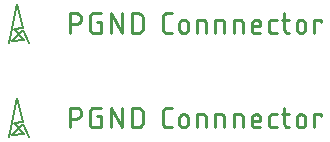
<source format=gbr>
G04 EAGLE Gerber RS-274X export*
G75*
%MOMM*%
%FSLAX34Y34*%
%LPD*%
%INSilkscreen Top*%
%IPPOS*%
%AMOC8*
5,1,8,0,0,1.08239X$1,22.5*%
G01*
%ADD10C,0.254000*%
%ADD11C,0.203200*%


D10*
X-362201Y-8382D02*
X-362201Y8382D01*
X-357544Y8382D01*
X-357409Y8380D01*
X-357273Y8374D01*
X-357138Y8364D01*
X-357003Y8351D01*
X-356869Y8333D01*
X-356735Y8311D01*
X-356602Y8286D01*
X-356470Y8256D01*
X-356339Y8223D01*
X-356208Y8186D01*
X-356079Y8146D01*
X-355951Y8101D01*
X-355825Y8053D01*
X-355699Y8001D01*
X-355576Y7946D01*
X-355454Y7887D01*
X-355334Y7824D01*
X-355215Y7758D01*
X-355099Y7689D01*
X-354985Y7616D01*
X-354873Y7540D01*
X-354763Y7460D01*
X-354656Y7378D01*
X-354551Y7292D01*
X-354448Y7204D01*
X-354348Y7112D01*
X-354251Y7018D01*
X-354157Y6921D01*
X-354065Y6821D01*
X-353977Y6718D01*
X-353891Y6613D01*
X-353809Y6506D01*
X-353729Y6396D01*
X-353653Y6284D01*
X-353580Y6170D01*
X-353511Y6053D01*
X-353445Y5935D01*
X-353382Y5815D01*
X-353323Y5693D01*
X-353268Y5570D01*
X-353216Y5444D01*
X-353168Y5318D01*
X-353123Y5190D01*
X-353083Y5061D01*
X-353046Y4930D01*
X-353013Y4799D01*
X-352983Y4667D01*
X-352958Y4534D01*
X-352936Y4400D01*
X-352918Y4266D01*
X-352905Y4131D01*
X-352895Y3996D01*
X-352889Y3860D01*
X-352887Y3725D01*
X-352889Y3590D01*
X-352895Y3454D01*
X-352905Y3319D01*
X-352918Y3184D01*
X-352936Y3050D01*
X-352958Y2916D01*
X-352983Y2783D01*
X-353013Y2651D01*
X-353046Y2520D01*
X-353083Y2389D01*
X-353123Y2260D01*
X-353168Y2132D01*
X-353216Y2006D01*
X-353268Y1880D01*
X-353323Y1757D01*
X-353382Y1635D01*
X-353445Y1515D01*
X-353511Y1396D01*
X-353580Y1280D01*
X-353653Y1166D01*
X-353729Y1054D01*
X-353809Y944D01*
X-353891Y837D01*
X-353977Y732D01*
X-354065Y629D01*
X-354157Y529D01*
X-354251Y432D01*
X-354348Y338D01*
X-354448Y246D01*
X-354551Y158D01*
X-354656Y72D01*
X-354763Y-10D01*
X-354873Y-90D01*
X-354985Y-166D01*
X-355099Y-239D01*
X-355216Y-308D01*
X-355334Y-374D01*
X-355454Y-437D01*
X-355576Y-496D01*
X-355699Y-551D01*
X-355825Y-603D01*
X-355951Y-651D01*
X-356079Y-696D01*
X-356208Y-736D01*
X-356339Y-773D01*
X-356470Y-806D01*
X-356602Y-836D01*
X-356735Y-861D01*
X-356869Y-883D01*
X-357003Y-901D01*
X-357138Y-914D01*
X-357273Y-924D01*
X-357409Y-930D01*
X-357544Y-932D01*
X-357544Y-931D02*
X-362201Y-931D01*
X-339215Y931D02*
X-336421Y931D01*
X-336421Y-8382D01*
X-342009Y-8382D01*
X-342128Y-8380D01*
X-342248Y-8374D01*
X-342367Y-8365D01*
X-342485Y-8351D01*
X-342604Y-8334D01*
X-342721Y-8313D01*
X-342838Y-8289D01*
X-342954Y-8260D01*
X-343069Y-8228D01*
X-343183Y-8192D01*
X-343295Y-8153D01*
X-343407Y-8110D01*
X-343517Y-8063D01*
X-343625Y-8013D01*
X-343732Y-7960D01*
X-343837Y-7903D01*
X-343940Y-7842D01*
X-344041Y-7779D01*
X-344140Y-7712D01*
X-344237Y-7642D01*
X-344331Y-7569D01*
X-344424Y-7493D01*
X-344513Y-7415D01*
X-344600Y-7333D01*
X-344685Y-7248D01*
X-344767Y-7161D01*
X-344845Y-7072D01*
X-344921Y-6979D01*
X-344994Y-6885D01*
X-345064Y-6788D01*
X-345131Y-6689D01*
X-345194Y-6588D01*
X-345255Y-6485D01*
X-345312Y-6380D01*
X-345365Y-6273D01*
X-345415Y-6165D01*
X-345462Y-6055D01*
X-345505Y-5943D01*
X-345544Y-5831D01*
X-345580Y-5717D01*
X-345612Y-5602D01*
X-345641Y-5486D01*
X-345665Y-5369D01*
X-345686Y-5252D01*
X-345703Y-5133D01*
X-345717Y-5015D01*
X-345726Y-4896D01*
X-345732Y-4776D01*
X-345734Y-4657D01*
X-345734Y4657D01*
X-345732Y4776D01*
X-345726Y4896D01*
X-345717Y5015D01*
X-345703Y5133D01*
X-345686Y5252D01*
X-345665Y5369D01*
X-345641Y5486D01*
X-345612Y5602D01*
X-345580Y5717D01*
X-345544Y5831D01*
X-345505Y5943D01*
X-345462Y6055D01*
X-345415Y6165D01*
X-345365Y6273D01*
X-345312Y6380D01*
X-345255Y6485D01*
X-345194Y6588D01*
X-345131Y6689D01*
X-345064Y6788D01*
X-344994Y6885D01*
X-344921Y6979D01*
X-344845Y7072D01*
X-344767Y7161D01*
X-344685Y7248D01*
X-344600Y7333D01*
X-344513Y7415D01*
X-344424Y7493D01*
X-344331Y7569D01*
X-344237Y7642D01*
X-344140Y7712D01*
X-344041Y7779D01*
X-343940Y7842D01*
X-343837Y7903D01*
X-343732Y7960D01*
X-343625Y8013D01*
X-343517Y8063D01*
X-343407Y8110D01*
X-343295Y8153D01*
X-343183Y8192D01*
X-343069Y8228D01*
X-342954Y8260D01*
X-342838Y8289D01*
X-342721Y8313D01*
X-342604Y8334D01*
X-342485Y8351D01*
X-342367Y8365D01*
X-342248Y8374D01*
X-342128Y8380D01*
X-342009Y8382D01*
X-336421Y8382D01*
X-327867Y8382D02*
X-327867Y-8382D01*
X-318553Y-8382D02*
X-327867Y8382D01*
X-318553Y8382D02*
X-318553Y-8382D01*
X-310000Y-8382D02*
X-310000Y8382D01*
X-305343Y8382D01*
X-305208Y8380D01*
X-305072Y8374D01*
X-304937Y8364D01*
X-304802Y8351D01*
X-304668Y8333D01*
X-304534Y8311D01*
X-304401Y8286D01*
X-304269Y8256D01*
X-304138Y8223D01*
X-304007Y8186D01*
X-303878Y8146D01*
X-303750Y8101D01*
X-303624Y8053D01*
X-303498Y8001D01*
X-303375Y7946D01*
X-303253Y7887D01*
X-303133Y7824D01*
X-303015Y7758D01*
X-302898Y7689D01*
X-302784Y7616D01*
X-302672Y7540D01*
X-302562Y7460D01*
X-302455Y7378D01*
X-302350Y7292D01*
X-302247Y7204D01*
X-302147Y7112D01*
X-302050Y7018D01*
X-301956Y6921D01*
X-301864Y6821D01*
X-301776Y6718D01*
X-301690Y6613D01*
X-301608Y6506D01*
X-301528Y6396D01*
X-301452Y6284D01*
X-301379Y6170D01*
X-301310Y6054D01*
X-301244Y5935D01*
X-301181Y5815D01*
X-301122Y5693D01*
X-301067Y5570D01*
X-301015Y5444D01*
X-300967Y5318D01*
X-300922Y5190D01*
X-300882Y5061D01*
X-300845Y4930D01*
X-300812Y4799D01*
X-300782Y4667D01*
X-300757Y4534D01*
X-300735Y4400D01*
X-300717Y4266D01*
X-300704Y4131D01*
X-300694Y3996D01*
X-300688Y3860D01*
X-300686Y3725D01*
X-300686Y-3725D01*
X-300688Y-3860D01*
X-300694Y-3996D01*
X-300704Y-4131D01*
X-300717Y-4266D01*
X-300735Y-4400D01*
X-300757Y-4534D01*
X-300782Y-4667D01*
X-300812Y-4799D01*
X-300845Y-4930D01*
X-300882Y-5061D01*
X-300922Y-5190D01*
X-300967Y-5318D01*
X-301015Y-5444D01*
X-301067Y-5570D01*
X-301122Y-5693D01*
X-301181Y-5815D01*
X-301244Y-5935D01*
X-301310Y-6054D01*
X-301379Y-6170D01*
X-301452Y-6284D01*
X-301528Y-6396D01*
X-301608Y-6506D01*
X-301690Y-6613D01*
X-301776Y-6718D01*
X-301864Y-6821D01*
X-301956Y-6921D01*
X-302050Y-7018D01*
X-302147Y-7112D01*
X-302247Y-7204D01*
X-302350Y-7292D01*
X-302455Y-7378D01*
X-302562Y-7460D01*
X-302672Y-7540D01*
X-302784Y-7616D01*
X-302898Y-7689D01*
X-303015Y-7758D01*
X-303133Y-7824D01*
X-303253Y-7887D01*
X-303375Y-7946D01*
X-303498Y-8001D01*
X-303624Y-8053D01*
X-303750Y-8101D01*
X-303878Y-8146D01*
X-304007Y-8186D01*
X-304138Y-8223D01*
X-304269Y-8256D01*
X-304401Y-8286D01*
X-304534Y-8311D01*
X-304668Y-8333D01*
X-304802Y-8351D01*
X-304937Y-8364D01*
X-305072Y-8374D01*
X-305208Y-8380D01*
X-305343Y-8382D01*
X-310000Y-8382D01*
X-280084Y-8382D02*
X-276358Y-8382D01*
X-280084Y-8382D02*
X-280203Y-8380D01*
X-280323Y-8374D01*
X-280442Y-8365D01*
X-280560Y-8351D01*
X-280679Y-8334D01*
X-280796Y-8313D01*
X-280913Y-8289D01*
X-281029Y-8260D01*
X-281144Y-8228D01*
X-281258Y-8192D01*
X-281370Y-8153D01*
X-281482Y-8110D01*
X-281592Y-8063D01*
X-281700Y-8013D01*
X-281807Y-7960D01*
X-281912Y-7903D01*
X-282015Y-7842D01*
X-282116Y-7779D01*
X-282215Y-7712D01*
X-282312Y-7642D01*
X-282406Y-7569D01*
X-282499Y-7493D01*
X-282588Y-7415D01*
X-282675Y-7333D01*
X-282760Y-7248D01*
X-282842Y-7161D01*
X-282920Y-7072D01*
X-282996Y-6979D01*
X-283069Y-6885D01*
X-283139Y-6788D01*
X-283206Y-6689D01*
X-283269Y-6588D01*
X-283330Y-6485D01*
X-283387Y-6380D01*
X-283440Y-6273D01*
X-283490Y-6165D01*
X-283537Y-6055D01*
X-283580Y-5943D01*
X-283619Y-5831D01*
X-283655Y-5717D01*
X-283687Y-5602D01*
X-283716Y-5486D01*
X-283740Y-5369D01*
X-283761Y-5252D01*
X-283778Y-5133D01*
X-283792Y-5015D01*
X-283801Y-4896D01*
X-283807Y-4776D01*
X-283809Y-4657D01*
X-283809Y4657D01*
X-283807Y4776D01*
X-283801Y4896D01*
X-283792Y5015D01*
X-283778Y5133D01*
X-283761Y5252D01*
X-283740Y5369D01*
X-283716Y5486D01*
X-283687Y5602D01*
X-283655Y5717D01*
X-283619Y5831D01*
X-283580Y5943D01*
X-283537Y6055D01*
X-283490Y6165D01*
X-283440Y6273D01*
X-283387Y6380D01*
X-283330Y6485D01*
X-283269Y6588D01*
X-283206Y6689D01*
X-283139Y6788D01*
X-283069Y6885D01*
X-282996Y6979D01*
X-282920Y7072D01*
X-282842Y7161D01*
X-282760Y7248D01*
X-282675Y7333D01*
X-282588Y7415D01*
X-282499Y7493D01*
X-282406Y7569D01*
X-282312Y7642D01*
X-282215Y7712D01*
X-282116Y7779D01*
X-282015Y7842D01*
X-281912Y7903D01*
X-281807Y7960D01*
X-281700Y8013D01*
X-281592Y8063D01*
X-281482Y8110D01*
X-281370Y8153D01*
X-281258Y8192D01*
X-281144Y8228D01*
X-281029Y8260D01*
X-280913Y8289D01*
X-280796Y8313D01*
X-280679Y8334D01*
X-280560Y8351D01*
X-280442Y8365D01*
X-280323Y8374D01*
X-280203Y8380D01*
X-280084Y8382D01*
X-276358Y8382D01*
X-269984Y-931D02*
X-269984Y-4657D01*
X-269984Y-931D02*
X-269982Y-810D01*
X-269976Y-690D01*
X-269966Y-570D01*
X-269953Y-450D01*
X-269935Y-330D01*
X-269914Y-212D01*
X-269889Y-94D01*
X-269860Y23D01*
X-269827Y139D01*
X-269790Y254D01*
X-269750Y368D01*
X-269706Y481D01*
X-269659Y591D01*
X-269608Y701D01*
X-269553Y808D01*
X-269495Y914D01*
X-269434Y1018D01*
X-269369Y1120D01*
X-269301Y1219D01*
X-269229Y1317D01*
X-269155Y1412D01*
X-269078Y1504D01*
X-268997Y1594D01*
X-268914Y1682D01*
X-268828Y1766D01*
X-268740Y1848D01*
X-268648Y1927D01*
X-268554Y2003D01*
X-268458Y2075D01*
X-268360Y2145D01*
X-268259Y2212D01*
X-268156Y2275D01*
X-268051Y2334D01*
X-267945Y2391D01*
X-267836Y2444D01*
X-267726Y2493D01*
X-267615Y2539D01*
X-267501Y2581D01*
X-267387Y2619D01*
X-267272Y2654D01*
X-267155Y2685D01*
X-267037Y2712D01*
X-266919Y2735D01*
X-266800Y2755D01*
X-266680Y2770D01*
X-266560Y2782D01*
X-266440Y2790D01*
X-266319Y2794D01*
X-266199Y2794D01*
X-266078Y2790D01*
X-265958Y2782D01*
X-265838Y2770D01*
X-265718Y2755D01*
X-265599Y2735D01*
X-265481Y2712D01*
X-265363Y2685D01*
X-265246Y2654D01*
X-265131Y2619D01*
X-265017Y2581D01*
X-264903Y2539D01*
X-264792Y2493D01*
X-264682Y2444D01*
X-264573Y2391D01*
X-264467Y2334D01*
X-264362Y2275D01*
X-264259Y2212D01*
X-264158Y2145D01*
X-264060Y2075D01*
X-263964Y2003D01*
X-263870Y1927D01*
X-263778Y1848D01*
X-263690Y1766D01*
X-263604Y1682D01*
X-263521Y1594D01*
X-263440Y1504D01*
X-263363Y1412D01*
X-263289Y1317D01*
X-263217Y1219D01*
X-263149Y1120D01*
X-263084Y1018D01*
X-263023Y914D01*
X-262965Y808D01*
X-262910Y701D01*
X-262859Y591D01*
X-262812Y481D01*
X-262768Y368D01*
X-262728Y254D01*
X-262691Y139D01*
X-262658Y23D01*
X-262629Y-94D01*
X-262604Y-212D01*
X-262583Y-330D01*
X-262565Y-450D01*
X-262552Y-570D01*
X-262542Y-690D01*
X-262536Y-810D01*
X-262534Y-931D01*
X-262533Y-931D02*
X-262533Y-4657D01*
X-262534Y-4657D02*
X-262536Y-4778D01*
X-262542Y-4898D01*
X-262552Y-5018D01*
X-262565Y-5138D01*
X-262583Y-5258D01*
X-262604Y-5376D01*
X-262629Y-5494D01*
X-262658Y-5611D01*
X-262691Y-5727D01*
X-262728Y-5842D01*
X-262768Y-5956D01*
X-262812Y-6069D01*
X-262859Y-6179D01*
X-262910Y-6289D01*
X-262965Y-6396D01*
X-263023Y-6502D01*
X-263084Y-6606D01*
X-263149Y-6708D01*
X-263217Y-6807D01*
X-263289Y-6905D01*
X-263363Y-7000D01*
X-263440Y-7092D01*
X-263521Y-7182D01*
X-263604Y-7270D01*
X-263690Y-7354D01*
X-263778Y-7436D01*
X-263870Y-7515D01*
X-263964Y-7591D01*
X-264060Y-7663D01*
X-264158Y-7733D01*
X-264259Y-7800D01*
X-264362Y-7863D01*
X-264467Y-7922D01*
X-264573Y-7979D01*
X-264682Y-8032D01*
X-264792Y-8081D01*
X-264903Y-8127D01*
X-265017Y-8169D01*
X-265131Y-8207D01*
X-265246Y-8242D01*
X-265363Y-8273D01*
X-265481Y-8300D01*
X-265599Y-8323D01*
X-265718Y-8343D01*
X-265838Y-8358D01*
X-265958Y-8370D01*
X-266078Y-8378D01*
X-266199Y-8382D01*
X-266319Y-8382D01*
X-266440Y-8378D01*
X-266560Y-8370D01*
X-266680Y-8358D01*
X-266800Y-8343D01*
X-266919Y-8323D01*
X-267037Y-8300D01*
X-267155Y-8273D01*
X-267272Y-8242D01*
X-267387Y-8207D01*
X-267501Y-8169D01*
X-267615Y-8127D01*
X-267726Y-8081D01*
X-267836Y-8032D01*
X-267945Y-7979D01*
X-268051Y-7922D01*
X-268156Y-7863D01*
X-268259Y-7800D01*
X-268360Y-7733D01*
X-268458Y-7663D01*
X-268554Y-7591D01*
X-268648Y-7515D01*
X-268740Y-7436D01*
X-268828Y-7354D01*
X-268914Y-7270D01*
X-268997Y-7182D01*
X-269078Y-7092D01*
X-269155Y-7000D01*
X-269229Y-6905D01*
X-269301Y-6807D01*
X-269369Y-6708D01*
X-269434Y-6606D01*
X-269495Y-6502D01*
X-269553Y-6396D01*
X-269608Y-6289D01*
X-269659Y-6179D01*
X-269706Y-6069D01*
X-269750Y-5956D01*
X-269790Y-5842D01*
X-269827Y-5727D01*
X-269860Y-5611D01*
X-269889Y-5494D01*
X-269914Y-5376D01*
X-269935Y-5258D01*
X-269953Y-5138D01*
X-269966Y-5018D01*
X-269976Y-4898D01*
X-269982Y-4778D01*
X-269984Y-4657D01*
X-254909Y-8382D02*
X-254909Y2794D01*
X-250252Y2794D01*
X-250148Y2792D01*
X-250043Y2786D01*
X-249939Y2776D01*
X-249836Y2763D01*
X-249733Y2745D01*
X-249630Y2724D01*
X-249529Y2699D01*
X-249428Y2670D01*
X-249329Y2637D01*
X-249231Y2601D01*
X-249135Y2561D01*
X-249040Y2517D01*
X-248946Y2470D01*
X-248855Y2420D01*
X-248766Y2366D01*
X-248678Y2309D01*
X-248593Y2248D01*
X-248510Y2184D01*
X-248430Y2118D01*
X-248352Y2048D01*
X-248276Y1976D01*
X-248204Y1900D01*
X-248134Y1822D01*
X-248068Y1742D01*
X-248004Y1659D01*
X-247943Y1574D01*
X-247886Y1486D01*
X-247832Y1397D01*
X-247782Y1306D01*
X-247735Y1212D01*
X-247691Y1117D01*
X-247651Y1021D01*
X-247615Y923D01*
X-247582Y824D01*
X-247553Y723D01*
X-247528Y622D01*
X-247507Y519D01*
X-247489Y416D01*
X-247476Y313D01*
X-247466Y209D01*
X-247460Y104D01*
X-247458Y0D01*
X-247458Y-8382D01*
X-239275Y-8382D02*
X-239275Y2794D01*
X-234618Y2794D01*
X-234514Y2792D01*
X-234409Y2786D01*
X-234305Y2776D01*
X-234202Y2763D01*
X-234099Y2745D01*
X-233996Y2724D01*
X-233895Y2699D01*
X-233794Y2670D01*
X-233695Y2637D01*
X-233597Y2601D01*
X-233501Y2561D01*
X-233406Y2517D01*
X-233312Y2470D01*
X-233221Y2420D01*
X-233132Y2366D01*
X-233044Y2309D01*
X-232959Y2248D01*
X-232876Y2184D01*
X-232796Y2118D01*
X-232718Y2048D01*
X-232642Y1976D01*
X-232570Y1900D01*
X-232500Y1822D01*
X-232434Y1742D01*
X-232370Y1659D01*
X-232309Y1574D01*
X-232252Y1486D01*
X-232198Y1397D01*
X-232148Y1306D01*
X-232101Y1212D01*
X-232057Y1117D01*
X-232017Y1021D01*
X-231981Y923D01*
X-231948Y824D01*
X-231919Y723D01*
X-231894Y622D01*
X-231873Y519D01*
X-231855Y416D01*
X-231842Y313D01*
X-231832Y209D01*
X-231826Y104D01*
X-231824Y0D01*
X-231824Y-8382D01*
X-223641Y-8382D02*
X-223641Y2794D01*
X-218984Y2794D01*
X-218880Y2792D01*
X-218775Y2786D01*
X-218671Y2776D01*
X-218568Y2763D01*
X-218465Y2745D01*
X-218362Y2724D01*
X-218261Y2699D01*
X-218160Y2670D01*
X-218061Y2637D01*
X-217963Y2601D01*
X-217867Y2561D01*
X-217772Y2517D01*
X-217678Y2470D01*
X-217587Y2420D01*
X-217498Y2366D01*
X-217410Y2309D01*
X-217325Y2248D01*
X-217242Y2184D01*
X-217162Y2118D01*
X-217084Y2048D01*
X-217008Y1976D01*
X-216936Y1900D01*
X-216866Y1822D01*
X-216800Y1742D01*
X-216736Y1659D01*
X-216675Y1574D01*
X-216618Y1486D01*
X-216564Y1397D01*
X-216514Y1306D01*
X-216467Y1212D01*
X-216423Y1117D01*
X-216383Y1021D01*
X-216347Y923D01*
X-216314Y824D01*
X-216285Y723D01*
X-216260Y622D01*
X-216239Y519D01*
X-216221Y416D01*
X-216208Y313D01*
X-216198Y209D01*
X-216192Y104D01*
X-216190Y0D01*
X-216190Y-8382D01*
X-205772Y-8382D02*
X-201115Y-8382D01*
X-205772Y-8382D02*
X-205876Y-8380D01*
X-205981Y-8374D01*
X-206085Y-8364D01*
X-206188Y-8351D01*
X-206291Y-8333D01*
X-206394Y-8312D01*
X-206495Y-8287D01*
X-206596Y-8258D01*
X-206695Y-8225D01*
X-206793Y-8189D01*
X-206889Y-8149D01*
X-206984Y-8105D01*
X-207078Y-8058D01*
X-207169Y-8008D01*
X-207258Y-7954D01*
X-207346Y-7897D01*
X-207431Y-7836D01*
X-207514Y-7772D01*
X-207594Y-7706D01*
X-207672Y-7636D01*
X-207748Y-7564D01*
X-207820Y-7488D01*
X-207890Y-7410D01*
X-207956Y-7330D01*
X-208020Y-7247D01*
X-208081Y-7162D01*
X-208138Y-7074D01*
X-208192Y-6985D01*
X-208242Y-6894D01*
X-208289Y-6800D01*
X-208333Y-6705D01*
X-208373Y-6609D01*
X-208409Y-6511D01*
X-208442Y-6412D01*
X-208471Y-6311D01*
X-208496Y-6210D01*
X-208517Y-6107D01*
X-208535Y-6004D01*
X-208548Y-5901D01*
X-208558Y-5797D01*
X-208564Y-5692D01*
X-208566Y-5588D01*
X-208566Y-931D01*
X-208565Y-931D02*
X-208563Y-810D01*
X-208557Y-690D01*
X-208547Y-570D01*
X-208534Y-450D01*
X-208516Y-330D01*
X-208495Y-212D01*
X-208470Y-94D01*
X-208441Y23D01*
X-208408Y139D01*
X-208371Y254D01*
X-208331Y368D01*
X-208287Y481D01*
X-208240Y591D01*
X-208189Y701D01*
X-208134Y808D01*
X-208076Y914D01*
X-208015Y1018D01*
X-207950Y1120D01*
X-207882Y1219D01*
X-207810Y1317D01*
X-207736Y1412D01*
X-207659Y1504D01*
X-207578Y1594D01*
X-207495Y1682D01*
X-207409Y1766D01*
X-207321Y1848D01*
X-207229Y1927D01*
X-207135Y2003D01*
X-207039Y2075D01*
X-206941Y2145D01*
X-206840Y2212D01*
X-206737Y2275D01*
X-206632Y2334D01*
X-206526Y2391D01*
X-206417Y2444D01*
X-206307Y2493D01*
X-206196Y2539D01*
X-206082Y2581D01*
X-205968Y2619D01*
X-205853Y2654D01*
X-205736Y2685D01*
X-205618Y2712D01*
X-205500Y2735D01*
X-205381Y2755D01*
X-205261Y2770D01*
X-205141Y2782D01*
X-205021Y2790D01*
X-204900Y2794D01*
X-204780Y2794D01*
X-204659Y2790D01*
X-204539Y2782D01*
X-204419Y2770D01*
X-204299Y2755D01*
X-204180Y2735D01*
X-204062Y2712D01*
X-203944Y2685D01*
X-203827Y2654D01*
X-203712Y2619D01*
X-203598Y2581D01*
X-203484Y2539D01*
X-203373Y2493D01*
X-203263Y2444D01*
X-203154Y2391D01*
X-203048Y2334D01*
X-202943Y2275D01*
X-202840Y2212D01*
X-202739Y2145D01*
X-202641Y2075D01*
X-202545Y2003D01*
X-202451Y1927D01*
X-202359Y1848D01*
X-202271Y1766D01*
X-202185Y1682D01*
X-202102Y1594D01*
X-202021Y1504D01*
X-201944Y1412D01*
X-201870Y1317D01*
X-201798Y1219D01*
X-201730Y1120D01*
X-201665Y1018D01*
X-201604Y914D01*
X-201546Y808D01*
X-201491Y701D01*
X-201440Y591D01*
X-201393Y481D01*
X-201349Y368D01*
X-201309Y254D01*
X-201272Y139D01*
X-201239Y23D01*
X-201210Y-94D01*
X-201185Y-212D01*
X-201164Y-330D01*
X-201146Y-450D01*
X-201133Y-570D01*
X-201123Y-690D01*
X-201117Y-810D01*
X-201115Y-931D01*
X-201115Y-2794D01*
X-208566Y-2794D01*
X-191230Y-8382D02*
X-187505Y-8382D01*
X-191230Y-8382D02*
X-191334Y-8380D01*
X-191439Y-8374D01*
X-191543Y-8364D01*
X-191646Y-8351D01*
X-191749Y-8333D01*
X-191852Y-8312D01*
X-191953Y-8287D01*
X-192054Y-8258D01*
X-192153Y-8225D01*
X-192251Y-8189D01*
X-192347Y-8149D01*
X-192442Y-8105D01*
X-192536Y-8058D01*
X-192627Y-8008D01*
X-192716Y-7954D01*
X-192804Y-7897D01*
X-192889Y-7836D01*
X-192972Y-7772D01*
X-193052Y-7706D01*
X-193130Y-7636D01*
X-193206Y-7564D01*
X-193278Y-7488D01*
X-193348Y-7410D01*
X-193414Y-7330D01*
X-193478Y-7247D01*
X-193539Y-7162D01*
X-193596Y-7074D01*
X-193650Y-6985D01*
X-193700Y-6894D01*
X-193747Y-6800D01*
X-193791Y-6705D01*
X-193831Y-6609D01*
X-193867Y-6511D01*
X-193900Y-6412D01*
X-193929Y-6311D01*
X-193954Y-6210D01*
X-193975Y-6107D01*
X-193993Y-6004D01*
X-194006Y-5901D01*
X-194016Y-5797D01*
X-194022Y-5692D01*
X-194024Y-5588D01*
X-194024Y0D01*
X-194022Y104D01*
X-194016Y209D01*
X-194006Y313D01*
X-193993Y416D01*
X-193975Y519D01*
X-193954Y622D01*
X-193929Y723D01*
X-193900Y824D01*
X-193867Y923D01*
X-193831Y1021D01*
X-193791Y1117D01*
X-193747Y1212D01*
X-193700Y1306D01*
X-193650Y1397D01*
X-193596Y1486D01*
X-193539Y1574D01*
X-193478Y1659D01*
X-193414Y1742D01*
X-193348Y1822D01*
X-193278Y1900D01*
X-193206Y1976D01*
X-193130Y2048D01*
X-193052Y2118D01*
X-192972Y2184D01*
X-192889Y2248D01*
X-192804Y2309D01*
X-192716Y2366D01*
X-192627Y2420D01*
X-192536Y2470D01*
X-192442Y2517D01*
X-192347Y2561D01*
X-192251Y2601D01*
X-192153Y2637D01*
X-192054Y2670D01*
X-191953Y2699D01*
X-191852Y2724D01*
X-191749Y2745D01*
X-191646Y2763D01*
X-191543Y2776D01*
X-191439Y2786D01*
X-191334Y2792D01*
X-191230Y2794D01*
X-187505Y2794D01*
X-182666Y2794D02*
X-177078Y2794D01*
X-180803Y8382D02*
X-180803Y-5588D01*
X-180801Y-5692D01*
X-180795Y-5797D01*
X-180785Y-5901D01*
X-180772Y-6004D01*
X-180754Y-6107D01*
X-180733Y-6210D01*
X-180708Y-6311D01*
X-180679Y-6412D01*
X-180646Y-6511D01*
X-180610Y-6609D01*
X-180570Y-6705D01*
X-180526Y-6800D01*
X-180479Y-6894D01*
X-180429Y-6985D01*
X-180375Y-7074D01*
X-180318Y-7162D01*
X-180257Y-7247D01*
X-180193Y-7330D01*
X-180127Y-7410D01*
X-180057Y-7488D01*
X-179985Y-7564D01*
X-179909Y-7636D01*
X-179831Y-7706D01*
X-179751Y-7772D01*
X-179668Y-7836D01*
X-179583Y-7897D01*
X-179495Y-7954D01*
X-179406Y-8008D01*
X-179315Y-8058D01*
X-179221Y-8105D01*
X-179126Y-8149D01*
X-179030Y-8189D01*
X-178932Y-8225D01*
X-178833Y-8258D01*
X-178732Y-8287D01*
X-178631Y-8312D01*
X-178528Y-8333D01*
X-178425Y-8351D01*
X-178322Y-8364D01*
X-178218Y-8374D01*
X-178113Y-8380D01*
X-178009Y-8382D01*
X-177078Y-8382D01*
X-170598Y-4657D02*
X-170598Y-931D01*
X-170596Y-810D01*
X-170590Y-690D01*
X-170580Y-570D01*
X-170567Y-450D01*
X-170549Y-330D01*
X-170528Y-212D01*
X-170503Y-94D01*
X-170474Y23D01*
X-170441Y139D01*
X-170404Y254D01*
X-170364Y368D01*
X-170320Y481D01*
X-170273Y591D01*
X-170222Y701D01*
X-170167Y808D01*
X-170109Y914D01*
X-170048Y1018D01*
X-169983Y1120D01*
X-169915Y1219D01*
X-169843Y1317D01*
X-169769Y1412D01*
X-169692Y1504D01*
X-169611Y1594D01*
X-169528Y1682D01*
X-169442Y1766D01*
X-169354Y1848D01*
X-169262Y1927D01*
X-169168Y2003D01*
X-169072Y2075D01*
X-168974Y2145D01*
X-168873Y2212D01*
X-168770Y2275D01*
X-168665Y2334D01*
X-168559Y2391D01*
X-168450Y2444D01*
X-168340Y2493D01*
X-168229Y2539D01*
X-168115Y2581D01*
X-168001Y2619D01*
X-167886Y2654D01*
X-167769Y2685D01*
X-167651Y2712D01*
X-167533Y2735D01*
X-167414Y2755D01*
X-167294Y2770D01*
X-167174Y2782D01*
X-167054Y2790D01*
X-166933Y2794D01*
X-166813Y2794D01*
X-166692Y2790D01*
X-166572Y2782D01*
X-166452Y2770D01*
X-166332Y2755D01*
X-166213Y2735D01*
X-166095Y2712D01*
X-165977Y2685D01*
X-165860Y2654D01*
X-165745Y2619D01*
X-165631Y2581D01*
X-165517Y2539D01*
X-165406Y2493D01*
X-165296Y2444D01*
X-165187Y2391D01*
X-165081Y2334D01*
X-164976Y2275D01*
X-164873Y2212D01*
X-164772Y2145D01*
X-164674Y2075D01*
X-164578Y2003D01*
X-164484Y1927D01*
X-164392Y1848D01*
X-164304Y1766D01*
X-164218Y1682D01*
X-164135Y1594D01*
X-164054Y1504D01*
X-163977Y1412D01*
X-163903Y1317D01*
X-163831Y1219D01*
X-163763Y1120D01*
X-163698Y1018D01*
X-163637Y914D01*
X-163579Y808D01*
X-163524Y701D01*
X-163473Y591D01*
X-163426Y481D01*
X-163382Y368D01*
X-163342Y254D01*
X-163305Y139D01*
X-163272Y23D01*
X-163243Y-94D01*
X-163218Y-212D01*
X-163197Y-330D01*
X-163179Y-450D01*
X-163166Y-570D01*
X-163156Y-690D01*
X-163150Y-810D01*
X-163148Y-931D01*
X-163147Y-931D02*
X-163147Y-4657D01*
X-163148Y-4657D02*
X-163150Y-4778D01*
X-163156Y-4898D01*
X-163166Y-5018D01*
X-163179Y-5138D01*
X-163197Y-5258D01*
X-163218Y-5376D01*
X-163243Y-5494D01*
X-163272Y-5611D01*
X-163305Y-5727D01*
X-163342Y-5842D01*
X-163382Y-5956D01*
X-163426Y-6069D01*
X-163473Y-6179D01*
X-163524Y-6289D01*
X-163579Y-6396D01*
X-163637Y-6502D01*
X-163698Y-6606D01*
X-163763Y-6708D01*
X-163831Y-6807D01*
X-163903Y-6905D01*
X-163977Y-7000D01*
X-164054Y-7092D01*
X-164135Y-7182D01*
X-164218Y-7270D01*
X-164304Y-7354D01*
X-164392Y-7436D01*
X-164484Y-7515D01*
X-164578Y-7591D01*
X-164674Y-7663D01*
X-164772Y-7733D01*
X-164873Y-7800D01*
X-164976Y-7863D01*
X-165081Y-7922D01*
X-165187Y-7979D01*
X-165296Y-8032D01*
X-165406Y-8081D01*
X-165517Y-8127D01*
X-165631Y-8169D01*
X-165745Y-8207D01*
X-165860Y-8242D01*
X-165977Y-8273D01*
X-166095Y-8300D01*
X-166213Y-8323D01*
X-166332Y-8343D01*
X-166452Y-8358D01*
X-166572Y-8370D01*
X-166692Y-8378D01*
X-166813Y-8382D01*
X-166933Y-8382D01*
X-167054Y-8378D01*
X-167174Y-8370D01*
X-167294Y-8358D01*
X-167414Y-8343D01*
X-167533Y-8323D01*
X-167651Y-8300D01*
X-167769Y-8273D01*
X-167886Y-8242D01*
X-168001Y-8207D01*
X-168115Y-8169D01*
X-168229Y-8127D01*
X-168340Y-8081D01*
X-168450Y-8032D01*
X-168559Y-7979D01*
X-168665Y-7922D01*
X-168770Y-7863D01*
X-168873Y-7800D01*
X-168974Y-7733D01*
X-169072Y-7663D01*
X-169168Y-7591D01*
X-169262Y-7515D01*
X-169354Y-7436D01*
X-169442Y-7354D01*
X-169528Y-7270D01*
X-169611Y-7182D01*
X-169692Y-7092D01*
X-169769Y-7000D01*
X-169843Y-6905D01*
X-169915Y-6807D01*
X-169983Y-6708D01*
X-170048Y-6606D01*
X-170109Y-6502D01*
X-170167Y-6396D01*
X-170222Y-6289D01*
X-170273Y-6179D01*
X-170320Y-6069D01*
X-170364Y-5956D01*
X-170404Y-5842D01*
X-170441Y-5727D01*
X-170474Y-5611D01*
X-170503Y-5494D01*
X-170528Y-5376D01*
X-170549Y-5258D01*
X-170567Y-5138D01*
X-170580Y-5018D01*
X-170590Y-4898D01*
X-170596Y-4778D01*
X-170598Y-4657D01*
X-155407Y-8382D02*
X-155407Y2794D01*
X-149819Y2794D01*
X-149819Y931D01*
D11*
X-407632Y16230D02*
X-413982Y-16790D01*
X-401790Y-4090D02*
X-407632Y16230D01*
X-401790Y-4090D02*
X-410172Y-4852D01*
X-401028Y-13996D01*
X-411188Y-14758D01*
X-402298Y-5614D01*
X-397472Y-16790D01*
D10*
X-362201Y-71618D02*
X-362201Y-88382D01*
X-362201Y-71618D02*
X-357544Y-71618D01*
X-357409Y-71620D01*
X-357273Y-71626D01*
X-357138Y-71636D01*
X-357003Y-71649D01*
X-356869Y-71667D01*
X-356735Y-71689D01*
X-356602Y-71714D01*
X-356470Y-71744D01*
X-356339Y-71777D01*
X-356208Y-71814D01*
X-356079Y-71854D01*
X-355951Y-71899D01*
X-355825Y-71947D01*
X-355699Y-71999D01*
X-355576Y-72054D01*
X-355454Y-72113D01*
X-355334Y-72176D01*
X-355215Y-72242D01*
X-355099Y-72311D01*
X-354985Y-72384D01*
X-354873Y-72460D01*
X-354763Y-72540D01*
X-354656Y-72622D01*
X-354551Y-72708D01*
X-354448Y-72796D01*
X-354348Y-72888D01*
X-354251Y-72982D01*
X-354157Y-73079D01*
X-354065Y-73179D01*
X-353977Y-73282D01*
X-353891Y-73387D01*
X-353809Y-73494D01*
X-353729Y-73604D01*
X-353653Y-73716D01*
X-353580Y-73830D01*
X-353511Y-73947D01*
X-353445Y-74065D01*
X-353382Y-74185D01*
X-353323Y-74307D01*
X-353268Y-74430D01*
X-353216Y-74556D01*
X-353168Y-74682D01*
X-353123Y-74810D01*
X-353083Y-74939D01*
X-353046Y-75070D01*
X-353013Y-75201D01*
X-352983Y-75333D01*
X-352958Y-75466D01*
X-352936Y-75600D01*
X-352918Y-75734D01*
X-352905Y-75869D01*
X-352895Y-76004D01*
X-352889Y-76140D01*
X-352887Y-76275D01*
X-352889Y-76410D01*
X-352895Y-76546D01*
X-352905Y-76681D01*
X-352918Y-76816D01*
X-352936Y-76950D01*
X-352958Y-77084D01*
X-352983Y-77217D01*
X-353013Y-77349D01*
X-353046Y-77480D01*
X-353083Y-77611D01*
X-353123Y-77740D01*
X-353168Y-77868D01*
X-353216Y-77994D01*
X-353268Y-78120D01*
X-353323Y-78243D01*
X-353382Y-78365D01*
X-353445Y-78485D01*
X-353511Y-78604D01*
X-353580Y-78720D01*
X-353653Y-78834D01*
X-353729Y-78946D01*
X-353809Y-79056D01*
X-353891Y-79163D01*
X-353977Y-79268D01*
X-354065Y-79371D01*
X-354157Y-79471D01*
X-354251Y-79568D01*
X-354348Y-79662D01*
X-354448Y-79754D01*
X-354551Y-79842D01*
X-354656Y-79928D01*
X-354763Y-80010D01*
X-354873Y-80090D01*
X-354985Y-80166D01*
X-355099Y-80239D01*
X-355216Y-80308D01*
X-355334Y-80374D01*
X-355454Y-80437D01*
X-355576Y-80496D01*
X-355699Y-80551D01*
X-355825Y-80603D01*
X-355951Y-80651D01*
X-356079Y-80696D01*
X-356208Y-80736D01*
X-356339Y-80773D01*
X-356470Y-80806D01*
X-356602Y-80836D01*
X-356735Y-80861D01*
X-356869Y-80883D01*
X-357003Y-80901D01*
X-357138Y-80914D01*
X-357273Y-80924D01*
X-357409Y-80930D01*
X-357544Y-80932D01*
X-357544Y-80931D02*
X-362201Y-80931D01*
X-339215Y-79069D02*
X-336421Y-79069D01*
X-336421Y-88382D01*
X-342009Y-88382D01*
X-342128Y-88380D01*
X-342248Y-88374D01*
X-342367Y-88365D01*
X-342485Y-88351D01*
X-342604Y-88334D01*
X-342721Y-88313D01*
X-342838Y-88289D01*
X-342954Y-88260D01*
X-343069Y-88228D01*
X-343183Y-88192D01*
X-343295Y-88153D01*
X-343407Y-88110D01*
X-343517Y-88063D01*
X-343625Y-88013D01*
X-343732Y-87960D01*
X-343837Y-87903D01*
X-343940Y-87842D01*
X-344041Y-87779D01*
X-344140Y-87712D01*
X-344237Y-87642D01*
X-344331Y-87569D01*
X-344424Y-87493D01*
X-344513Y-87415D01*
X-344600Y-87333D01*
X-344685Y-87248D01*
X-344767Y-87161D01*
X-344845Y-87072D01*
X-344921Y-86979D01*
X-344994Y-86885D01*
X-345064Y-86788D01*
X-345131Y-86689D01*
X-345194Y-86588D01*
X-345255Y-86485D01*
X-345312Y-86380D01*
X-345365Y-86273D01*
X-345415Y-86165D01*
X-345462Y-86055D01*
X-345505Y-85943D01*
X-345544Y-85831D01*
X-345580Y-85717D01*
X-345612Y-85602D01*
X-345641Y-85486D01*
X-345665Y-85369D01*
X-345686Y-85252D01*
X-345703Y-85133D01*
X-345717Y-85015D01*
X-345726Y-84896D01*
X-345732Y-84776D01*
X-345734Y-84657D01*
X-345734Y-75343D01*
X-345732Y-75221D01*
X-345726Y-75099D01*
X-345716Y-74978D01*
X-345702Y-74857D01*
X-345684Y-74736D01*
X-345662Y-74616D01*
X-345637Y-74497D01*
X-345607Y-74379D01*
X-345574Y-74262D01*
X-345536Y-74146D01*
X-345495Y-74031D01*
X-345450Y-73918D01*
X-345402Y-73806D01*
X-345350Y-73695D01*
X-345294Y-73587D01*
X-345235Y-73481D01*
X-345172Y-73376D01*
X-345106Y-73274D01*
X-345037Y-73173D01*
X-344964Y-73075D01*
X-344888Y-72980D01*
X-344810Y-72887D01*
X-344728Y-72797D01*
X-344643Y-72709D01*
X-344555Y-72624D01*
X-344465Y-72542D01*
X-344372Y-72464D01*
X-344277Y-72388D01*
X-344179Y-72315D01*
X-344079Y-72246D01*
X-343976Y-72180D01*
X-343872Y-72117D01*
X-343765Y-72058D01*
X-343657Y-72002D01*
X-343546Y-71950D01*
X-343435Y-71902D01*
X-343321Y-71857D01*
X-343206Y-71816D01*
X-343090Y-71778D01*
X-342973Y-71745D01*
X-342855Y-71715D01*
X-342736Y-71690D01*
X-342616Y-71668D01*
X-342495Y-71650D01*
X-342374Y-71636D01*
X-342253Y-71626D01*
X-342131Y-71620D01*
X-342009Y-71618D01*
X-336421Y-71618D01*
X-327867Y-71618D02*
X-327867Y-88382D01*
X-318553Y-88382D02*
X-327867Y-71618D01*
X-318553Y-71618D02*
X-318553Y-88382D01*
X-310000Y-88382D02*
X-310000Y-71618D01*
X-305343Y-71618D01*
X-305208Y-71620D01*
X-305072Y-71626D01*
X-304937Y-71636D01*
X-304802Y-71649D01*
X-304668Y-71667D01*
X-304534Y-71689D01*
X-304401Y-71714D01*
X-304269Y-71744D01*
X-304138Y-71777D01*
X-304007Y-71814D01*
X-303878Y-71854D01*
X-303750Y-71899D01*
X-303624Y-71947D01*
X-303498Y-71999D01*
X-303375Y-72054D01*
X-303253Y-72113D01*
X-303133Y-72176D01*
X-303015Y-72242D01*
X-302898Y-72311D01*
X-302784Y-72384D01*
X-302672Y-72460D01*
X-302562Y-72540D01*
X-302455Y-72622D01*
X-302350Y-72708D01*
X-302247Y-72796D01*
X-302147Y-72888D01*
X-302050Y-72982D01*
X-301956Y-73079D01*
X-301864Y-73179D01*
X-301776Y-73282D01*
X-301690Y-73387D01*
X-301608Y-73494D01*
X-301528Y-73604D01*
X-301452Y-73716D01*
X-301379Y-73830D01*
X-301310Y-73947D01*
X-301244Y-74065D01*
X-301181Y-74185D01*
X-301122Y-74307D01*
X-301067Y-74430D01*
X-301015Y-74556D01*
X-300967Y-74682D01*
X-300922Y-74810D01*
X-300882Y-74939D01*
X-300845Y-75070D01*
X-300812Y-75201D01*
X-300782Y-75333D01*
X-300757Y-75466D01*
X-300735Y-75600D01*
X-300717Y-75734D01*
X-300704Y-75869D01*
X-300694Y-76004D01*
X-300688Y-76140D01*
X-300686Y-76275D01*
X-300686Y-83725D01*
X-300688Y-83860D01*
X-300694Y-83996D01*
X-300704Y-84131D01*
X-300717Y-84266D01*
X-300735Y-84400D01*
X-300757Y-84534D01*
X-300782Y-84667D01*
X-300812Y-84799D01*
X-300845Y-84930D01*
X-300882Y-85061D01*
X-300922Y-85190D01*
X-300967Y-85318D01*
X-301015Y-85444D01*
X-301067Y-85570D01*
X-301122Y-85693D01*
X-301181Y-85815D01*
X-301244Y-85935D01*
X-301310Y-86054D01*
X-301379Y-86170D01*
X-301452Y-86284D01*
X-301528Y-86396D01*
X-301608Y-86506D01*
X-301690Y-86613D01*
X-301776Y-86718D01*
X-301864Y-86821D01*
X-301956Y-86921D01*
X-302050Y-87018D01*
X-302147Y-87112D01*
X-302247Y-87204D01*
X-302350Y-87292D01*
X-302455Y-87378D01*
X-302562Y-87460D01*
X-302672Y-87540D01*
X-302784Y-87616D01*
X-302898Y-87689D01*
X-303015Y-87758D01*
X-303133Y-87824D01*
X-303253Y-87887D01*
X-303375Y-87946D01*
X-303498Y-88001D01*
X-303624Y-88053D01*
X-303750Y-88101D01*
X-303878Y-88146D01*
X-304007Y-88186D01*
X-304138Y-88223D01*
X-304269Y-88256D01*
X-304401Y-88286D01*
X-304534Y-88311D01*
X-304668Y-88333D01*
X-304802Y-88351D01*
X-304937Y-88364D01*
X-305072Y-88374D01*
X-305208Y-88380D01*
X-305343Y-88382D01*
X-310000Y-88382D01*
X-280084Y-88382D02*
X-276358Y-88382D01*
X-280084Y-88382D02*
X-280203Y-88380D01*
X-280323Y-88374D01*
X-280442Y-88365D01*
X-280560Y-88351D01*
X-280679Y-88334D01*
X-280796Y-88313D01*
X-280913Y-88289D01*
X-281029Y-88260D01*
X-281144Y-88228D01*
X-281258Y-88192D01*
X-281370Y-88153D01*
X-281482Y-88110D01*
X-281592Y-88063D01*
X-281700Y-88013D01*
X-281807Y-87960D01*
X-281912Y-87903D01*
X-282015Y-87842D01*
X-282116Y-87779D01*
X-282215Y-87712D01*
X-282312Y-87642D01*
X-282406Y-87569D01*
X-282499Y-87493D01*
X-282588Y-87415D01*
X-282675Y-87333D01*
X-282760Y-87248D01*
X-282842Y-87161D01*
X-282920Y-87072D01*
X-282996Y-86979D01*
X-283069Y-86885D01*
X-283139Y-86788D01*
X-283206Y-86689D01*
X-283269Y-86588D01*
X-283330Y-86485D01*
X-283387Y-86380D01*
X-283440Y-86273D01*
X-283490Y-86165D01*
X-283537Y-86055D01*
X-283580Y-85943D01*
X-283619Y-85831D01*
X-283655Y-85717D01*
X-283687Y-85602D01*
X-283716Y-85486D01*
X-283740Y-85369D01*
X-283761Y-85252D01*
X-283778Y-85133D01*
X-283792Y-85015D01*
X-283801Y-84896D01*
X-283807Y-84776D01*
X-283809Y-84657D01*
X-283809Y-75343D01*
X-283807Y-75221D01*
X-283801Y-75099D01*
X-283791Y-74978D01*
X-283777Y-74857D01*
X-283759Y-74736D01*
X-283737Y-74616D01*
X-283712Y-74497D01*
X-283682Y-74379D01*
X-283649Y-74262D01*
X-283611Y-74146D01*
X-283570Y-74031D01*
X-283525Y-73918D01*
X-283477Y-73806D01*
X-283425Y-73695D01*
X-283369Y-73587D01*
X-283310Y-73481D01*
X-283247Y-73376D01*
X-283181Y-73274D01*
X-283112Y-73173D01*
X-283039Y-73075D01*
X-282963Y-72980D01*
X-282885Y-72887D01*
X-282803Y-72797D01*
X-282718Y-72709D01*
X-282630Y-72624D01*
X-282540Y-72542D01*
X-282447Y-72464D01*
X-282352Y-72388D01*
X-282254Y-72315D01*
X-282154Y-72246D01*
X-282051Y-72180D01*
X-281947Y-72117D01*
X-281840Y-72058D01*
X-281732Y-72002D01*
X-281621Y-71950D01*
X-281510Y-71902D01*
X-281396Y-71857D01*
X-281281Y-71816D01*
X-281165Y-71778D01*
X-281048Y-71745D01*
X-280930Y-71715D01*
X-280811Y-71690D01*
X-280691Y-71668D01*
X-280570Y-71650D01*
X-280449Y-71636D01*
X-280328Y-71626D01*
X-280206Y-71620D01*
X-280084Y-71618D01*
X-276358Y-71618D01*
X-269984Y-80931D02*
X-269984Y-84657D01*
X-269984Y-80931D02*
X-269982Y-80810D01*
X-269976Y-80690D01*
X-269966Y-80570D01*
X-269953Y-80450D01*
X-269935Y-80330D01*
X-269914Y-80212D01*
X-269889Y-80094D01*
X-269860Y-79977D01*
X-269827Y-79861D01*
X-269790Y-79746D01*
X-269750Y-79632D01*
X-269706Y-79519D01*
X-269659Y-79409D01*
X-269608Y-79299D01*
X-269553Y-79192D01*
X-269495Y-79086D01*
X-269434Y-78982D01*
X-269369Y-78880D01*
X-269301Y-78781D01*
X-269229Y-78683D01*
X-269155Y-78588D01*
X-269078Y-78496D01*
X-268997Y-78406D01*
X-268914Y-78318D01*
X-268828Y-78234D01*
X-268740Y-78152D01*
X-268648Y-78073D01*
X-268554Y-77997D01*
X-268458Y-77925D01*
X-268360Y-77855D01*
X-268259Y-77788D01*
X-268156Y-77725D01*
X-268051Y-77666D01*
X-267945Y-77609D01*
X-267836Y-77556D01*
X-267726Y-77507D01*
X-267615Y-77461D01*
X-267501Y-77419D01*
X-267387Y-77381D01*
X-267272Y-77346D01*
X-267155Y-77315D01*
X-267037Y-77288D01*
X-266919Y-77265D01*
X-266800Y-77245D01*
X-266680Y-77230D01*
X-266560Y-77218D01*
X-266440Y-77210D01*
X-266319Y-77206D01*
X-266199Y-77206D01*
X-266078Y-77210D01*
X-265958Y-77218D01*
X-265838Y-77230D01*
X-265718Y-77245D01*
X-265599Y-77265D01*
X-265481Y-77288D01*
X-265363Y-77315D01*
X-265246Y-77346D01*
X-265131Y-77381D01*
X-265017Y-77419D01*
X-264903Y-77461D01*
X-264792Y-77507D01*
X-264682Y-77556D01*
X-264573Y-77609D01*
X-264467Y-77666D01*
X-264362Y-77725D01*
X-264259Y-77788D01*
X-264158Y-77855D01*
X-264060Y-77925D01*
X-263964Y-77997D01*
X-263870Y-78073D01*
X-263778Y-78152D01*
X-263690Y-78234D01*
X-263604Y-78318D01*
X-263521Y-78406D01*
X-263440Y-78496D01*
X-263363Y-78588D01*
X-263289Y-78683D01*
X-263217Y-78781D01*
X-263149Y-78880D01*
X-263084Y-78982D01*
X-263023Y-79086D01*
X-262965Y-79192D01*
X-262910Y-79299D01*
X-262859Y-79409D01*
X-262812Y-79519D01*
X-262768Y-79632D01*
X-262728Y-79746D01*
X-262691Y-79861D01*
X-262658Y-79977D01*
X-262629Y-80094D01*
X-262604Y-80212D01*
X-262583Y-80330D01*
X-262565Y-80450D01*
X-262552Y-80570D01*
X-262542Y-80690D01*
X-262536Y-80810D01*
X-262534Y-80931D01*
X-262533Y-80931D02*
X-262533Y-84657D01*
X-262534Y-84657D02*
X-262536Y-84778D01*
X-262542Y-84898D01*
X-262552Y-85018D01*
X-262565Y-85138D01*
X-262583Y-85258D01*
X-262604Y-85376D01*
X-262629Y-85494D01*
X-262658Y-85611D01*
X-262691Y-85727D01*
X-262728Y-85842D01*
X-262768Y-85956D01*
X-262812Y-86069D01*
X-262859Y-86179D01*
X-262910Y-86289D01*
X-262965Y-86396D01*
X-263023Y-86502D01*
X-263084Y-86606D01*
X-263149Y-86708D01*
X-263217Y-86807D01*
X-263289Y-86905D01*
X-263363Y-87000D01*
X-263440Y-87092D01*
X-263521Y-87182D01*
X-263604Y-87270D01*
X-263690Y-87354D01*
X-263778Y-87436D01*
X-263870Y-87515D01*
X-263964Y-87591D01*
X-264060Y-87663D01*
X-264158Y-87733D01*
X-264259Y-87800D01*
X-264362Y-87863D01*
X-264467Y-87922D01*
X-264573Y-87979D01*
X-264682Y-88032D01*
X-264792Y-88081D01*
X-264903Y-88127D01*
X-265017Y-88169D01*
X-265131Y-88207D01*
X-265246Y-88242D01*
X-265363Y-88273D01*
X-265481Y-88300D01*
X-265599Y-88323D01*
X-265718Y-88343D01*
X-265838Y-88358D01*
X-265958Y-88370D01*
X-266078Y-88378D01*
X-266199Y-88382D01*
X-266319Y-88382D01*
X-266440Y-88378D01*
X-266560Y-88370D01*
X-266680Y-88358D01*
X-266800Y-88343D01*
X-266919Y-88323D01*
X-267037Y-88300D01*
X-267155Y-88273D01*
X-267272Y-88242D01*
X-267387Y-88207D01*
X-267501Y-88169D01*
X-267615Y-88127D01*
X-267726Y-88081D01*
X-267836Y-88032D01*
X-267945Y-87979D01*
X-268051Y-87922D01*
X-268156Y-87863D01*
X-268259Y-87800D01*
X-268360Y-87733D01*
X-268458Y-87663D01*
X-268554Y-87591D01*
X-268648Y-87515D01*
X-268740Y-87436D01*
X-268828Y-87354D01*
X-268914Y-87270D01*
X-268997Y-87182D01*
X-269078Y-87092D01*
X-269155Y-87000D01*
X-269229Y-86905D01*
X-269301Y-86807D01*
X-269369Y-86708D01*
X-269434Y-86606D01*
X-269495Y-86502D01*
X-269553Y-86396D01*
X-269608Y-86289D01*
X-269659Y-86179D01*
X-269706Y-86069D01*
X-269750Y-85956D01*
X-269790Y-85842D01*
X-269827Y-85727D01*
X-269860Y-85611D01*
X-269889Y-85494D01*
X-269914Y-85376D01*
X-269935Y-85258D01*
X-269953Y-85138D01*
X-269966Y-85018D01*
X-269976Y-84898D01*
X-269982Y-84778D01*
X-269984Y-84657D01*
X-254909Y-88382D02*
X-254909Y-77206D01*
X-250252Y-77206D01*
X-250148Y-77208D01*
X-250043Y-77214D01*
X-249939Y-77224D01*
X-249836Y-77237D01*
X-249733Y-77255D01*
X-249630Y-77276D01*
X-249529Y-77301D01*
X-249428Y-77330D01*
X-249329Y-77363D01*
X-249231Y-77399D01*
X-249135Y-77439D01*
X-249040Y-77483D01*
X-248946Y-77530D01*
X-248855Y-77580D01*
X-248766Y-77634D01*
X-248678Y-77691D01*
X-248593Y-77752D01*
X-248510Y-77816D01*
X-248430Y-77882D01*
X-248352Y-77952D01*
X-248276Y-78024D01*
X-248204Y-78100D01*
X-248134Y-78178D01*
X-248068Y-78258D01*
X-248004Y-78341D01*
X-247943Y-78426D01*
X-247886Y-78514D01*
X-247832Y-78603D01*
X-247782Y-78694D01*
X-247735Y-78788D01*
X-247691Y-78883D01*
X-247651Y-78979D01*
X-247615Y-79077D01*
X-247582Y-79176D01*
X-247553Y-79277D01*
X-247528Y-79378D01*
X-247507Y-79481D01*
X-247489Y-79584D01*
X-247476Y-79687D01*
X-247466Y-79791D01*
X-247460Y-79896D01*
X-247458Y-80000D01*
X-247458Y-88382D01*
X-239275Y-88382D02*
X-239275Y-77206D01*
X-234618Y-77206D01*
X-234514Y-77208D01*
X-234409Y-77214D01*
X-234305Y-77224D01*
X-234202Y-77237D01*
X-234099Y-77255D01*
X-233996Y-77276D01*
X-233895Y-77301D01*
X-233794Y-77330D01*
X-233695Y-77363D01*
X-233597Y-77399D01*
X-233501Y-77439D01*
X-233406Y-77483D01*
X-233312Y-77530D01*
X-233221Y-77580D01*
X-233132Y-77634D01*
X-233044Y-77691D01*
X-232959Y-77752D01*
X-232876Y-77816D01*
X-232796Y-77882D01*
X-232718Y-77952D01*
X-232642Y-78024D01*
X-232570Y-78100D01*
X-232500Y-78178D01*
X-232434Y-78258D01*
X-232370Y-78341D01*
X-232309Y-78426D01*
X-232252Y-78514D01*
X-232198Y-78603D01*
X-232148Y-78694D01*
X-232101Y-78788D01*
X-232057Y-78883D01*
X-232017Y-78979D01*
X-231981Y-79077D01*
X-231948Y-79176D01*
X-231919Y-79277D01*
X-231894Y-79378D01*
X-231873Y-79481D01*
X-231855Y-79584D01*
X-231842Y-79687D01*
X-231832Y-79791D01*
X-231826Y-79896D01*
X-231824Y-80000D01*
X-231824Y-88382D01*
X-223641Y-88382D02*
X-223641Y-77206D01*
X-218984Y-77206D01*
X-218880Y-77208D01*
X-218775Y-77214D01*
X-218671Y-77224D01*
X-218568Y-77237D01*
X-218465Y-77255D01*
X-218362Y-77276D01*
X-218261Y-77301D01*
X-218160Y-77330D01*
X-218061Y-77363D01*
X-217963Y-77399D01*
X-217867Y-77439D01*
X-217772Y-77483D01*
X-217678Y-77530D01*
X-217587Y-77580D01*
X-217498Y-77634D01*
X-217410Y-77691D01*
X-217325Y-77752D01*
X-217242Y-77816D01*
X-217162Y-77882D01*
X-217084Y-77952D01*
X-217008Y-78024D01*
X-216936Y-78100D01*
X-216866Y-78178D01*
X-216800Y-78258D01*
X-216736Y-78341D01*
X-216675Y-78426D01*
X-216618Y-78514D01*
X-216564Y-78603D01*
X-216514Y-78694D01*
X-216467Y-78788D01*
X-216423Y-78883D01*
X-216383Y-78979D01*
X-216347Y-79077D01*
X-216314Y-79176D01*
X-216285Y-79277D01*
X-216260Y-79378D01*
X-216239Y-79481D01*
X-216221Y-79584D01*
X-216208Y-79687D01*
X-216198Y-79791D01*
X-216192Y-79896D01*
X-216190Y-80000D01*
X-216190Y-88382D01*
X-205772Y-88382D02*
X-201115Y-88382D01*
X-205772Y-88382D02*
X-205876Y-88380D01*
X-205981Y-88374D01*
X-206085Y-88364D01*
X-206188Y-88351D01*
X-206291Y-88333D01*
X-206394Y-88312D01*
X-206495Y-88287D01*
X-206596Y-88258D01*
X-206695Y-88225D01*
X-206793Y-88189D01*
X-206889Y-88149D01*
X-206984Y-88105D01*
X-207078Y-88058D01*
X-207169Y-88008D01*
X-207258Y-87954D01*
X-207346Y-87897D01*
X-207431Y-87836D01*
X-207514Y-87772D01*
X-207594Y-87706D01*
X-207672Y-87636D01*
X-207748Y-87564D01*
X-207820Y-87488D01*
X-207890Y-87410D01*
X-207956Y-87330D01*
X-208020Y-87247D01*
X-208081Y-87162D01*
X-208138Y-87074D01*
X-208192Y-86985D01*
X-208242Y-86894D01*
X-208289Y-86800D01*
X-208333Y-86705D01*
X-208373Y-86609D01*
X-208409Y-86511D01*
X-208442Y-86412D01*
X-208471Y-86311D01*
X-208496Y-86210D01*
X-208517Y-86107D01*
X-208535Y-86004D01*
X-208548Y-85901D01*
X-208558Y-85797D01*
X-208564Y-85692D01*
X-208566Y-85588D01*
X-208566Y-80931D01*
X-208565Y-80931D02*
X-208563Y-80810D01*
X-208557Y-80690D01*
X-208547Y-80570D01*
X-208534Y-80450D01*
X-208516Y-80330D01*
X-208495Y-80212D01*
X-208470Y-80094D01*
X-208441Y-79977D01*
X-208408Y-79861D01*
X-208371Y-79746D01*
X-208331Y-79632D01*
X-208287Y-79519D01*
X-208240Y-79409D01*
X-208189Y-79299D01*
X-208134Y-79192D01*
X-208076Y-79086D01*
X-208015Y-78982D01*
X-207950Y-78880D01*
X-207882Y-78781D01*
X-207810Y-78683D01*
X-207736Y-78588D01*
X-207659Y-78496D01*
X-207578Y-78406D01*
X-207495Y-78318D01*
X-207409Y-78234D01*
X-207321Y-78152D01*
X-207229Y-78073D01*
X-207135Y-77997D01*
X-207039Y-77925D01*
X-206941Y-77855D01*
X-206840Y-77788D01*
X-206737Y-77725D01*
X-206632Y-77666D01*
X-206526Y-77609D01*
X-206417Y-77556D01*
X-206307Y-77507D01*
X-206196Y-77461D01*
X-206082Y-77419D01*
X-205968Y-77381D01*
X-205853Y-77346D01*
X-205736Y-77315D01*
X-205618Y-77288D01*
X-205500Y-77265D01*
X-205381Y-77245D01*
X-205261Y-77230D01*
X-205141Y-77218D01*
X-205021Y-77210D01*
X-204900Y-77206D01*
X-204780Y-77206D01*
X-204659Y-77210D01*
X-204539Y-77218D01*
X-204419Y-77230D01*
X-204299Y-77245D01*
X-204180Y-77265D01*
X-204062Y-77288D01*
X-203944Y-77315D01*
X-203827Y-77346D01*
X-203712Y-77381D01*
X-203598Y-77419D01*
X-203484Y-77461D01*
X-203373Y-77507D01*
X-203263Y-77556D01*
X-203154Y-77609D01*
X-203048Y-77666D01*
X-202943Y-77725D01*
X-202840Y-77788D01*
X-202739Y-77855D01*
X-202641Y-77925D01*
X-202545Y-77997D01*
X-202451Y-78073D01*
X-202359Y-78152D01*
X-202271Y-78234D01*
X-202185Y-78318D01*
X-202102Y-78406D01*
X-202021Y-78496D01*
X-201944Y-78588D01*
X-201870Y-78683D01*
X-201798Y-78781D01*
X-201730Y-78880D01*
X-201665Y-78982D01*
X-201604Y-79086D01*
X-201546Y-79192D01*
X-201491Y-79299D01*
X-201440Y-79409D01*
X-201393Y-79519D01*
X-201349Y-79632D01*
X-201309Y-79746D01*
X-201272Y-79861D01*
X-201239Y-79977D01*
X-201210Y-80094D01*
X-201185Y-80212D01*
X-201164Y-80330D01*
X-201146Y-80450D01*
X-201133Y-80570D01*
X-201123Y-80690D01*
X-201117Y-80810D01*
X-201115Y-80931D01*
X-201115Y-82794D01*
X-208566Y-82794D01*
X-191230Y-88382D02*
X-187505Y-88382D01*
X-191230Y-88382D02*
X-191334Y-88380D01*
X-191439Y-88374D01*
X-191543Y-88364D01*
X-191646Y-88351D01*
X-191749Y-88333D01*
X-191852Y-88312D01*
X-191953Y-88287D01*
X-192054Y-88258D01*
X-192153Y-88225D01*
X-192251Y-88189D01*
X-192347Y-88149D01*
X-192442Y-88105D01*
X-192536Y-88058D01*
X-192627Y-88008D01*
X-192716Y-87954D01*
X-192804Y-87897D01*
X-192889Y-87836D01*
X-192972Y-87772D01*
X-193052Y-87706D01*
X-193130Y-87636D01*
X-193206Y-87564D01*
X-193278Y-87488D01*
X-193348Y-87410D01*
X-193414Y-87330D01*
X-193478Y-87247D01*
X-193539Y-87162D01*
X-193596Y-87074D01*
X-193650Y-86985D01*
X-193700Y-86894D01*
X-193747Y-86800D01*
X-193791Y-86705D01*
X-193831Y-86609D01*
X-193867Y-86511D01*
X-193900Y-86412D01*
X-193929Y-86311D01*
X-193954Y-86210D01*
X-193975Y-86107D01*
X-193993Y-86004D01*
X-194006Y-85901D01*
X-194016Y-85797D01*
X-194022Y-85692D01*
X-194024Y-85588D01*
X-194024Y-80000D01*
X-194022Y-79896D01*
X-194016Y-79791D01*
X-194006Y-79687D01*
X-193993Y-79584D01*
X-193975Y-79481D01*
X-193954Y-79378D01*
X-193929Y-79277D01*
X-193900Y-79176D01*
X-193867Y-79077D01*
X-193831Y-78979D01*
X-193791Y-78883D01*
X-193747Y-78788D01*
X-193700Y-78694D01*
X-193650Y-78603D01*
X-193596Y-78514D01*
X-193539Y-78426D01*
X-193478Y-78341D01*
X-193414Y-78258D01*
X-193348Y-78178D01*
X-193278Y-78100D01*
X-193206Y-78024D01*
X-193130Y-77952D01*
X-193052Y-77882D01*
X-192972Y-77816D01*
X-192889Y-77752D01*
X-192804Y-77691D01*
X-192716Y-77634D01*
X-192627Y-77580D01*
X-192536Y-77530D01*
X-192442Y-77483D01*
X-192347Y-77439D01*
X-192251Y-77399D01*
X-192153Y-77363D01*
X-192054Y-77330D01*
X-191953Y-77301D01*
X-191852Y-77276D01*
X-191749Y-77255D01*
X-191646Y-77237D01*
X-191543Y-77224D01*
X-191439Y-77214D01*
X-191334Y-77208D01*
X-191230Y-77206D01*
X-187505Y-77206D01*
X-182666Y-77206D02*
X-177078Y-77206D01*
X-180803Y-71618D02*
X-180803Y-85588D01*
X-180801Y-85692D01*
X-180795Y-85797D01*
X-180785Y-85901D01*
X-180772Y-86004D01*
X-180754Y-86107D01*
X-180733Y-86210D01*
X-180708Y-86311D01*
X-180679Y-86412D01*
X-180646Y-86511D01*
X-180610Y-86609D01*
X-180570Y-86705D01*
X-180526Y-86800D01*
X-180479Y-86894D01*
X-180429Y-86985D01*
X-180375Y-87074D01*
X-180318Y-87162D01*
X-180257Y-87247D01*
X-180193Y-87330D01*
X-180127Y-87410D01*
X-180057Y-87488D01*
X-179985Y-87564D01*
X-179909Y-87636D01*
X-179831Y-87706D01*
X-179751Y-87772D01*
X-179668Y-87836D01*
X-179583Y-87897D01*
X-179495Y-87954D01*
X-179406Y-88008D01*
X-179315Y-88058D01*
X-179221Y-88105D01*
X-179126Y-88149D01*
X-179030Y-88189D01*
X-178932Y-88225D01*
X-178833Y-88258D01*
X-178732Y-88287D01*
X-178631Y-88312D01*
X-178528Y-88333D01*
X-178425Y-88351D01*
X-178322Y-88364D01*
X-178218Y-88374D01*
X-178113Y-88380D01*
X-178009Y-88382D01*
X-177078Y-88382D01*
X-170598Y-84657D02*
X-170598Y-80931D01*
X-170596Y-80810D01*
X-170590Y-80690D01*
X-170580Y-80570D01*
X-170567Y-80450D01*
X-170549Y-80330D01*
X-170528Y-80212D01*
X-170503Y-80094D01*
X-170474Y-79977D01*
X-170441Y-79861D01*
X-170404Y-79746D01*
X-170364Y-79632D01*
X-170320Y-79519D01*
X-170273Y-79409D01*
X-170222Y-79299D01*
X-170167Y-79192D01*
X-170109Y-79086D01*
X-170048Y-78982D01*
X-169983Y-78880D01*
X-169915Y-78781D01*
X-169843Y-78683D01*
X-169769Y-78588D01*
X-169692Y-78496D01*
X-169611Y-78406D01*
X-169528Y-78318D01*
X-169442Y-78234D01*
X-169354Y-78152D01*
X-169262Y-78073D01*
X-169168Y-77997D01*
X-169072Y-77925D01*
X-168974Y-77855D01*
X-168873Y-77788D01*
X-168770Y-77725D01*
X-168665Y-77666D01*
X-168559Y-77609D01*
X-168450Y-77556D01*
X-168340Y-77507D01*
X-168229Y-77461D01*
X-168115Y-77419D01*
X-168001Y-77381D01*
X-167886Y-77346D01*
X-167769Y-77315D01*
X-167651Y-77288D01*
X-167533Y-77265D01*
X-167414Y-77245D01*
X-167294Y-77230D01*
X-167174Y-77218D01*
X-167054Y-77210D01*
X-166933Y-77206D01*
X-166813Y-77206D01*
X-166692Y-77210D01*
X-166572Y-77218D01*
X-166452Y-77230D01*
X-166332Y-77245D01*
X-166213Y-77265D01*
X-166095Y-77288D01*
X-165977Y-77315D01*
X-165860Y-77346D01*
X-165745Y-77381D01*
X-165631Y-77419D01*
X-165517Y-77461D01*
X-165406Y-77507D01*
X-165296Y-77556D01*
X-165187Y-77609D01*
X-165081Y-77666D01*
X-164976Y-77725D01*
X-164873Y-77788D01*
X-164772Y-77855D01*
X-164674Y-77925D01*
X-164578Y-77997D01*
X-164484Y-78073D01*
X-164392Y-78152D01*
X-164304Y-78234D01*
X-164218Y-78318D01*
X-164135Y-78406D01*
X-164054Y-78496D01*
X-163977Y-78588D01*
X-163903Y-78683D01*
X-163831Y-78781D01*
X-163763Y-78880D01*
X-163698Y-78982D01*
X-163637Y-79086D01*
X-163579Y-79192D01*
X-163524Y-79299D01*
X-163473Y-79409D01*
X-163426Y-79519D01*
X-163382Y-79632D01*
X-163342Y-79746D01*
X-163305Y-79861D01*
X-163272Y-79977D01*
X-163243Y-80094D01*
X-163218Y-80212D01*
X-163197Y-80330D01*
X-163179Y-80450D01*
X-163166Y-80570D01*
X-163156Y-80690D01*
X-163150Y-80810D01*
X-163148Y-80931D01*
X-163147Y-80931D02*
X-163147Y-84657D01*
X-163148Y-84657D02*
X-163150Y-84778D01*
X-163156Y-84898D01*
X-163166Y-85018D01*
X-163179Y-85138D01*
X-163197Y-85258D01*
X-163218Y-85376D01*
X-163243Y-85494D01*
X-163272Y-85611D01*
X-163305Y-85727D01*
X-163342Y-85842D01*
X-163382Y-85956D01*
X-163426Y-86069D01*
X-163473Y-86179D01*
X-163524Y-86289D01*
X-163579Y-86396D01*
X-163637Y-86502D01*
X-163698Y-86606D01*
X-163763Y-86708D01*
X-163831Y-86807D01*
X-163903Y-86905D01*
X-163977Y-87000D01*
X-164054Y-87092D01*
X-164135Y-87182D01*
X-164218Y-87270D01*
X-164304Y-87354D01*
X-164392Y-87436D01*
X-164484Y-87515D01*
X-164578Y-87591D01*
X-164674Y-87663D01*
X-164772Y-87733D01*
X-164873Y-87800D01*
X-164976Y-87863D01*
X-165081Y-87922D01*
X-165187Y-87979D01*
X-165296Y-88032D01*
X-165406Y-88081D01*
X-165517Y-88127D01*
X-165631Y-88169D01*
X-165745Y-88207D01*
X-165860Y-88242D01*
X-165977Y-88273D01*
X-166095Y-88300D01*
X-166213Y-88323D01*
X-166332Y-88343D01*
X-166452Y-88358D01*
X-166572Y-88370D01*
X-166692Y-88378D01*
X-166813Y-88382D01*
X-166933Y-88382D01*
X-167054Y-88378D01*
X-167174Y-88370D01*
X-167294Y-88358D01*
X-167414Y-88343D01*
X-167533Y-88323D01*
X-167651Y-88300D01*
X-167769Y-88273D01*
X-167886Y-88242D01*
X-168001Y-88207D01*
X-168115Y-88169D01*
X-168229Y-88127D01*
X-168340Y-88081D01*
X-168450Y-88032D01*
X-168559Y-87979D01*
X-168665Y-87922D01*
X-168770Y-87863D01*
X-168873Y-87800D01*
X-168974Y-87733D01*
X-169072Y-87663D01*
X-169168Y-87591D01*
X-169262Y-87515D01*
X-169354Y-87436D01*
X-169442Y-87354D01*
X-169528Y-87270D01*
X-169611Y-87182D01*
X-169692Y-87092D01*
X-169769Y-87000D01*
X-169843Y-86905D01*
X-169915Y-86807D01*
X-169983Y-86708D01*
X-170048Y-86606D01*
X-170109Y-86502D01*
X-170167Y-86396D01*
X-170222Y-86289D01*
X-170273Y-86179D01*
X-170320Y-86069D01*
X-170364Y-85956D01*
X-170404Y-85842D01*
X-170441Y-85727D01*
X-170474Y-85611D01*
X-170503Y-85494D01*
X-170528Y-85376D01*
X-170549Y-85258D01*
X-170567Y-85138D01*
X-170580Y-85018D01*
X-170590Y-84898D01*
X-170596Y-84778D01*
X-170598Y-84657D01*
X-155407Y-88382D02*
X-155407Y-77206D01*
X-149819Y-77206D01*
X-149819Y-79069D01*
D11*
X-407632Y-63770D02*
X-413982Y-96790D01*
X-401790Y-84090D02*
X-407632Y-63770D01*
X-401790Y-84090D02*
X-410172Y-84852D01*
X-401028Y-93996D01*
X-411188Y-94758D01*
X-402298Y-85614D01*
X-397472Y-96790D01*
M02*

</source>
